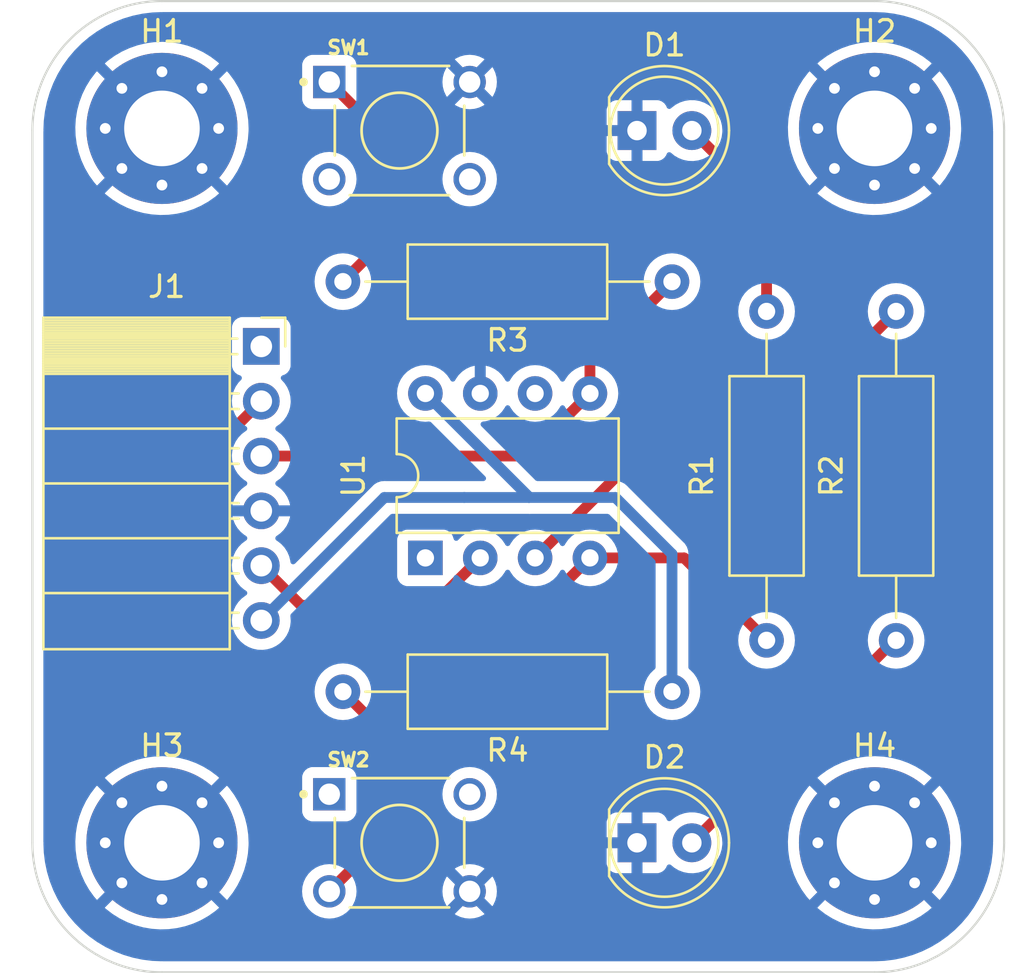
<source format=kicad_pcb>
(kicad_pcb (version 20211014) (generator pcbnew)
  (layers (0 "F.Cu" signal) (31 "B.Cu" signal) (34 "B.Paste" user) (35 "F.Paste" user) (36 "B.SilkS" user "B.Silkscreen") (37 "F.SilkS" user "F.Silkscreen") (38 "B.Mask" user) (39 "F.Mask" user) (44 "Edge.Cuts" user))
  (net 0 "")
  (net 1 "VSS")
  (net 2 "Net-(D1-Pad2)")
  (net 3 "Net-(D2-Pad2)")
  (net 5 "GP1")
  (net 6 "GP0")
  (net 7 "VDD")
  (net 8 "GP3")
  (net 9 "GP2")
  (net 10 "Net-(R3-Pad2)")
  (net 11 "Net-(R4-Pad2)")
  (footprint "Button_Switch_THT:SW_1825910-6-4" (layer "F.Cu") (at 128 78)
    (fp_text reference "SW1" (at -2.3627 -3.844398) (layer "F.SilkS") (effects (font (size 0.630643 0.630643))))
    (fp_text value "SW_DPST_x2")
    (fp_line (start 2.3 2.995) (end -2.3 2.995) (layer "F.SilkS") (width 0.127))
    (fp_line (start 3 -1.15) (end 3 1.15) (layer "F.SilkS") (width 0.127))
    (fp_line (start -2.2 -2.995) (end 2.3 -2.995) (layer "F.SilkS") (width 0.127))
    (fp_line (start -2.995 -1.15) (end -2.995 1.15) (layer "F.SilkS") (width 0.127))
    (fp_circle (center 0 0) (end 1.755 0) (layer "F.SilkS") (width 0.127) (fill none))
    (fp_circle (center -4.445 -2.25) (end -4.345 -2.25) (layer "F.SilkS") (width 0.2) (fill none))
    (pad "1" thru_hole rect locked (at -3.25 -2.25) (size 1.498 1.498) (drill 0.99) (layers *.Cu *.Mask) (net 10 "Net-(R3-Pad2)"))
    (pad "2" thru_hole circle locked (at 3.25 -2.25) (size 1.498 1.498) (drill 0.99) (layers *.Cu *.Mask) (net 1 "VSS"))
    (pad "3" thru_hole circle locked (at -3.25 2.25) (size 1.498 1.498) (drill 0.99) (layers *.Cu *.Mask))
    (pad "4" thru_hole circle locked (at 3.25 2.25) (size 1.498 1.498) (drill 0.99) (layers *.Cu *.Mask))
  )
  (footprint "MountingHole:MountingHole_3.5mm_Pad_Via" (layer "F.Cu") (at 117 111)
    (fp_text reference "H3" (at 0 -4.5) (layer "F.SilkS"))
    (fp_text value "MountingHole_Pad")
    (pad "1" thru_hole circle (at 1.856155 1.856155) (size 0.8 0.8) (drill 0.5) (layers *.Cu *.Mask) (net 1 "VSS"))
    (pad "1" thru_hole circle (at 0 0) (size 7 7) (drill 3.5) (layers *.Cu *.Mask) (net 1 "VSS"))
    (pad "1" thru_hole circle (at 1.856155 -1.856155) (size 0.8 0.8) (drill 0.5) (layers *.Cu *.Mask) (net 1 "VSS"))
    (pad "1" thru_hole circle (at -2.625 0) (size 0.8 0.8) (drill 0.5) (layers *.Cu *.Mask) (net 1 "VSS"))
    (pad "1" thru_hole circle (at -1.856155 1.856155) (size 0.8 0.8) (drill 0.5) (layers *.Cu *.Mask) (net 1 "VSS"))
    (pad "1" thru_hole circle (at 2.625 0) (size 0.8 0.8) (drill 0.5) (layers *.Cu *.Mask) (net 1 "VSS"))
    (pad "1" thru_hole circle (at -1.856155 -1.856155) (size 0.8 0.8) (drill 0.5) (layers *.Cu *.Mask) (net 1 "VSS"))
    (pad "1" thru_hole circle (at 0 -2.625) (size 0.8 0.8) (drill 0.5) (layers *.Cu *.Mask) (net 1 "VSS"))
    (pad "1" thru_hole circle (at 0 2.625) (size 0.8 0.8) (drill 0.5) (layers *.Cu *.Mask) (net 1 "VSS"))
  )
  (footprint "Button_Switch_THT:SW_1825910-6-4" (layer "F.Cu") (at 128 111)
    (fp_text reference "SW2" (at -2.3627 -3.844398) (layer "F.SilkS") (effects (font (size 0.630643 0.630643))))
    (fp_text value "SW_DPST_x2")
    (fp_line (start -2.2 -2.995) (end 2.3 -2.995) (layer "F.SilkS") (width 0.127))
    (fp_line (start -2.995 -1.15) (end -2.995 1.15) (layer "F.SilkS") (width 0.127))
    (fp_line (start 2.3 2.995) (end -2.3 2.995) (layer "F.SilkS") (width 0.127))
    (fp_line (start 3 -1.15) (end 3 1.15) (layer "F.SilkS") (width 0.127))
    (fp_circle (center -4.445 -2.25) (end -4.345 -2.25) (layer "F.SilkS") (width 0.2) (fill none))
    (fp_circle (center 0 0) (end 1.755 0) (layer "F.SilkS") (width 0.127) (fill none))
    (pad "1" thru_hole rect locked (at -3.25 -2.25) (size 1.498 1.498) (drill 0.99) (layers *.Cu *.Mask))
    (pad "2" thru_hole circle locked (at 3.25 -2.25) (size 1.498 1.498) (drill 0.99) (layers *.Cu *.Mask))
    (pad "3" thru_hole circle locked (at -3.25 2.25) (size 1.498 1.498) (drill 0.99) (layers *.Cu *.Mask) (net 11 "Net-(R4-Pad2)"))
    (pad "4" thru_hole circle locked (at 3.25 2.25) (size 1.498 1.498) (drill 0.99) (layers *.Cu *.Mask) (net 1 "VSS"))
  )
  (footprint "Package_DIP:DIP-8_W7.62mm" (layer "F.Cu") (at 129.2 97.8 90)
    (fp_text reference "U1" (at 3.81 -3.33 90) (layer "F.SilkS"))
    (fp_text value "PIC10F200-IP")
    (fp_line (start 6.46 -1.33) (end 4.81 -1.33) (layer "F.SilkS") (width 0.12))
    (fp_line (start 2.81 -1.33) (end 1.16 -1.33) (layer "F.SilkS") (width 0.12))
    (fp_line (start 1.16 -1.33) (end 1.16 8.95) (layer "F.SilkS") (width 0.12))
    (fp_line (start 1.16 8.95) (end 6.46 8.95) (layer "F.SilkS") (width 0.12))
    (fp_line (start 6.46 8.95) (end 6.46 -1.33) (layer "F.SilkS") (width 0.12))
    (fp_arc (start 4.81 -1.33) (mid 3.81 -0.33) (end 2.81 -1.33) (layer "F.SilkS") (width 0.12))
    (pad "1" thru_hole rect (at 0 0 90) (size 1.6 1.6) (drill 0.8) (layers *.Cu *.Mask))
    (pad "2" thru_hole oval (at 0 2.54 90) (size 1.6 1.6) (drill 0.8) (layers *.Cu *.Mask) (net 7 "VDD"))
    (pad "3" thru_hole oval (at 0 5.08 90) (size 1.6 1.6) (drill 0.8) (layers *.Cu *.Mask) (net 9 "GP2"))
    (pad "4" thru_hole oval (at 0 7.62 90) (size 1.6 1.6) (drill 0.8) (layers *.Cu *.Mask) (net 5 "GP1"))
    (pad "5" thru_hole oval (at 7.62 7.62 90) (size 1.6 1.6) (drill 0.8) (layers *.Cu *.Mask) (net 6 "GP0"))
    (pad "6" thru_hole oval (at 7.62 5.08 90) (size 1.6 1.6) (drill 0.8) (layers *.Cu *.Mask))
    (pad "7" thru_hole oval (at 7.62 2.54 90) (size 1.6 1.6) (drill 0.8) (layers *.Cu *.Mask) (net 1 "VSS"))
    (pad "8" thru_hole oval (at 7.62 0 90) (size 1.6 1.6) (drill 0.8) (layers *.Cu *.Mask) (net 8 "GP3"))
  )
  (footprint "Resistor_THT:R_Axial_DIN0309_L9.0mm_D3.2mm_P15.24mm_Horizontal" (layer "F.Cu") (at 145 101.62 90)
    (fp_text reference "R1" (at 7.62 -3 90) (layer "F.SilkS"))
    (fp_text value "1k")
    (fp_line (start 3 1.72) (end 12.24 1.72) (layer "F.SilkS") (width 0.12))
    (fp_line (start 12.24 1.72) (end 12.24 -1.72) (layer "F.SilkS") (width 0.12))
    (fp_line (start 1.04 0) (end 3 0) (layer "F.SilkS") (width 0.12))
    (fp_line (start 14.2 0) (end 12.24 0) (layer "F.SilkS") (width 0.12))
    (fp_line (start 3 -1.72) (end 3 1.72) (layer "F.SilkS") (width 0.12))
    (fp_line (start 12.24 -1.72) (end 3 -1.72) (layer "F.SilkS") (width 0.12))
    (pad "1" thru_hole circle (at 0 0 90) (size 1.6 1.6) (drill 0.8) (layers *.Cu *.Mask) (net 5 "GP1"))
    (pad "2" thru_hole oval (at 15.24 0 90) (size 1.6 1.6) (drill 0.8) (layers *.Cu *.Mask) (net 2 "Net-(D1-Pad2)"))
  )
  (footprint "Resistor_THT:R_Axial_DIN0309_L9.0mm_D3.2mm_P15.24mm_Horizontal" (layer "F.Cu") (at 140.62 104 180)
    (fp_text reference "R4" (at 7.62 -2.72) (layer "F.SilkS"))
    (fp_text value "1k")
    (fp_line (start 3 1.72) (end 12.24 1.72) (layer "F.SilkS") (width 0.12))
    (fp_line (start 12.24 1.72) (end 12.24 -1.72) (layer "F.SilkS") (width 0.12))
    (fp_line (start 12.24 -1.72) (end 3 -1.72) (layer "F.SilkS") (width 0.12))
    (fp_line (start 1.04 0) (end 3 0) (layer "F.SilkS") (width 0.12))
    (fp_line (start 3 -1.72) (end 3 1.72) (layer "F.SilkS") (width 0.12))
    (fp_line (start 14.2 0) (end 12.24 0) (layer "F.SilkS") (width 0.12))
    (pad "1" thru_hole circle (at 0 0 180) (size 1.6 1.6) (drill 0.8) (layers *.Cu *.Mask) (net 8 "GP3"))
    (pad "2" thru_hole oval (at 15.24 0 180) (size 1.6 1.6) (drill 0.8) (layers *.Cu *.Mask) (net 11 "Net-(R4-Pad2)"))
  )
  (footprint "MountingHole:MountingHole_3.5mm_Pad_Via" (layer "F.Cu") (at 117 77.9)
    (fp_text reference "H1" (at 0 -4.5) (layer "F.SilkS"))
    (fp_text value "MountingHole_Pad")
    (pad "1" thru_hole circle (at 0 2.625) (size 0.8 0.8) (drill 0.5) (layers *.Cu *.Mask) (net 1 "VSS"))
    (pad "1" thru_hole circle (at 0 0) (size 7 7) (drill 3.5) (layers *.Cu *.Mask) (net 1 "VSS"))
    (pad "1" thru_hole circle (at -2.625 0) (size 0.8 0.8) (drill 0.5) (layers *.Cu *.Mask) (net 1 "VSS"))
    (pad "1" thru_hole circle (at 1.856155 -1.856155) (size 0.8 0.8) (drill 0.5) (layers *.Cu *.Mask) (net 1 "VSS"))
    (pad "1" thru_hole circle (at 2.625 0) (size 0.8 0.8) (drill 0.5) (layers *.Cu *.Mask) (net 1 "VSS"))
    (pad "1" thru_hole circle (at -1.856155 -1.856155) (size 0.8 0.8) (drill 0.5) (layers *.Cu *.Mask) (net 1 "VSS"))
    (pad "1" thru_hole circle (at 1.856155 1.856155) (size 0.8 0.8) (drill 0.5) (layers *.Cu *.Mask) (net 1 "VSS"))
    (pad "1" thru_hole circle (at -1.856155 1.856155) (size 0.8 0.8) (drill 0.5) (layers *.Cu *.Mask) (net 1 "VSS"))
    (pad "1" thru_hole circle (at 0 -2.625) (size 0.8 0.8) (drill 0.5) (layers *.Cu *.Mask) (net 1 "VSS"))
  )
  (footprint "Resistor_THT:R_Axial_DIN0309_L9.0mm_D3.2mm_P15.24mm_Horizontal" (layer "F.Cu") (at 140.62 85 180)
    (fp_text reference "R3" (at 7.62 -2.72 180) (layer "F.SilkS"))
    (fp_text value "1k")
    (fp_line (start 1.04 0) (end 3 0) (layer "F.SilkS") (width 0.12))
    (fp_line (start 14.2 0) (end 12.24 0) (layer "F.SilkS") (width 0.12))
    (fp_line (start 12.24 1.72) (end 12.24 -1.72) (layer "F.SilkS") (width 0.12))
    (fp_line (start 3 -1.72) (end 3 1.72) (layer "F.SilkS") (width 0.12))
    (fp_line (start 3 1.72) (end 12.24 1.72) (layer "F.SilkS") (width 0.12))
    (fp_line (start 12.24 -1.72) (end 3 -1.72) (layer "F.SilkS") (width 0.12))
    (pad "1" thru_hole circle (at 0 0 180) (size 1.6 1.6) (drill 0.8) (layers *.Cu *.Mask) (net 6 "GP0"))
    (pad "2" thru_hole oval (at 15.24 0 180) (size 1.6 1.6) (drill 0.8) (layers *.Cu *.Mask) (net 10 "Net-(R3-Pad2)"))
  )
  (footprint "LED_THT:LED_D5.0mm" (layer "F.Cu") (at 139 78)
    (fp_text reference "D1" (at 1.27 -3.96) (layer "F.SilkS"))
    (fp_text value "LED")
    (fp_line (start -1.29 -1.545) (end -1.29 1.545) (layer "F.SilkS") (width 0.12))
    (fp_arc (start -1.29 -1.54483) (mid 2.072002 -2.880433) (end 4.26 0.000462) (layer "F.SilkS") (width 0.12))
    (fp_arc (start 4.26 -0.000462) (mid 2.072002 2.880433) (end -1.29 1.54483) (layer "F.SilkS") (width 0.12))
    (fp_circle (center 1.27 0) (end 3.77 0) (layer "F.SilkS") (width 0.12) (fill none))
    (pad "1" thru_hole rect (at 0 0) (size 1.8 1.8) (drill 0.9) (layers *.Cu *.Mask) (net 1 "VSS"))
    (pad "2" thru_hole circle (at 2.54 0) (size 1.8 1.8) (drill 0.9) (layers *.Cu *.Mask) (net 2 "Net-(D1-Pad2)"))
  )
  (footprint "Connector_PinSocket_2.54mm:PinSocket_1x06_P2.54mm_Horizontal" (layer "F.Cu") (at 121.6 88)
    (fp_text reference "J1" (at -4.38 -2.77) (layer "F.SilkS"))
    (fp_text value "Conn_01x06_Female")
    (fp_line (start -10.09 6.35) (end -1.46 6.35) (layer "F.SilkS") (width 0.12))
    (fp_line (start -10.09 -0.619525) (end -1.46 -0.619525) (layer "F.SilkS") (width 0.12))
    (fp_line (start -1.46 -0.36) (end -1.11 -0.36) (layer "F.SilkS") (width 0.12))
    (fp_line (start -10.09 -0.02905) (end -1.46 -0.02905) (layer "F.SilkS") (width 0.12))
    (fp_line (start -1.46 13.06) (end -1.05 13.06) (layer "F.SilkS") (width 0.12))
    (fp_line (start -10.09 -0.855715) (end -1.46 -0.855715) (layer "F.SilkS") (width 0.12))
    (fp_line (start -10.09 0.91571) (end -1.46 0.91571) (layer "F.SilkS") (width 0.12))
    (fp_line (start -1.46 10.52) (end -1.05 10.52) (layer "F.SilkS") (width 0.12))
    (fp_line (start -1.46 7.98) (end -1.05 7.98) (layer "F.SilkS") (width 0.12))
    (fp_line (start -10.09 14.03) (end -1.46 14.03) (layer "F.SilkS") (width 0.12))
    (fp_line (start -10.09 0.20714) (end -1.46 0.20714) (layer "F.SilkS") (width 0.12))
    (fp_line (start -1.46 12.34) (end -1.05 12.34) (layer "F.SilkS") (width 0.12))
    (fp_line (start 0 -1.33) (end 1.11 -1.33) (layer "F.SilkS") (width 0.12))
    (fp_line (start -10.09 3.81) (end -1.46 3.81) (layer "F.SilkS") (width 0.12))
    (fp_line (start -10.09 -1.33) (end -10.09 14.03) (layer "F.SilkS") (width 0.12))
    (fp_line (start -1.46 2.9) (end -1.05 2.9) (layer "F.SilkS") (width 0.12))
    (fp_line (start -1.46 7.26) (end -1.05 7.26) (layer "F.SilkS") (width 0.12))
    (fp_line (start -10.09 1.1519) (end -1.46 1.1519) (layer "F.SilkS") (width 0.12))
    (fp_line (start -10.09 1.033805) (end -1.46 1.033805) (layer "F.SilkS") (width 0.12))
    (fp_line (start -10.09 1.27) (end -1.46 1.27) (layer "F.SilkS") (width 0.12))
    (fp_line (start -10.09 -0.97381) (end -1.46 -0.97381) (layer "F.SilkS") (width 0.12))
    (fp_line (start -10.09 -0.26524) (end -1.46 -0.26524) (layer "F.SilkS") (width 0.12))
    (fp_line (start 1.11 -1.33) (end 1.11 0) (layer "F.SilkS") (width 0.12))
    (fp_line (start -1.46 4.72) (end -1.05 4.72) (layer "F.SilkS") (width 0.12))
    (fp_line (start -10.09 0.561425) (end -1.46 0.561425) (layer "F.SilkS") (width 0.12))
    (fp_line (start -10.09 -1.091905) (end -1.46 -1.091905) (layer "F.SilkS") (width 0.12))
    (fp_line (start -10.09 -0.383335) (end -1.46 -0.383335) (layer "F.SilkS") (width 0.12))
    (fp_line (start -10.09 0.67952) (end -1.46 0.67952) (layer "F.SilkS") (width 0.12))
    (fp_line (start -10.09 -0.73762) (end -1.46 -0.73762) (layer "F.SilkS") (width 0.12))
    (fp_line (start -10.09 11.43) (end -1.46 11.43) (layer "F.SilkS") (width 0.12))
    (fp_line (start -1.46 2.18) (end -1.05 2.18) (layer "F.SilkS") (width 0.12))
    (fp_line (start -1.46 0.36) (end -1.11 0.36) (layer "F.SilkS") (width 0.12))
    (fp_line (start -10.09 -0.50143) (end -1.46 -0.50143) (layer "F.SilkS") (width 0.12))
    (fp_line (start -1.46 9.8) (end -1.05 9.8) (layer "F.SilkS") (width 0.12))
    (fp_line (start -10.09 -1.33) (end -1.46 -1.33) (layer "F.SilkS") (width 0.12))
    (fp_line (start -10.09 -0.147145) (end -1.46 -0.147145) (layer "F.SilkS") (width 0.12))
    (fp_line (start -10.09 0.44333) (end -1.46 0.44333) (layer "F.SilkS") (width 0.12))
    (fp_line (start -10.09 0.325235) (end -1.46 0.325235) (layer "F.SilkS") (width 0.12))
    (fp_line (start -1.46 5.44) (end -1.05 5.44) (layer "F.SilkS") (width 0.12))
    (fp_line (start -10.09 8.89) (end -1.46 8.89) (layer "F.SilkS") (width 0.12))
    (fp_line (start -1.46 -1.33) (end -1.46 14.03) (layer "F.SilkS") (width 0.12))
    (fp_line (start -10.09 0.089045) (end -1.46 0.089045) (layer "F.SilkS") (width 0.12))
    (fp_line (start -10.09 0.797615) (end -1.46 0.797615) (layer "F.SilkS") (width 0.12))
    (fp_line (start -10.09 -1.21) (end -1.46 -1.21) (layer "F.SilkS") (width 0.12))
    (pad "1" thru_hole rect (at 0 0) (size 1.7 1.7) (drill 1) (layers *.Cu *.Mask))
    (pad "2" thru_hole oval (at 0 2.54) (size 1.7 1.7) (drill 1) (layers *.Cu *.Mask) (net 5 "GP1"))
    (pad "3" thru_hole oval (at 0 5.08) (size 1.7 1.7) (drill 1) (layers *.Cu *.Mask) (net 6 "GP0"))
    (pad "4" thru_hole oval (at 0 7.62) (size 1.7 1.7) (drill 1) (layers *.Cu *.Mask) (net 1 "VSS"))
    (pad "5" thru_hole oval (at 0 10.16) (size 1.7 1.7) (drill 1) (layers *.Cu *.Mask) (net 7 "VDD"))
    (pad "6" thru_hole oval (at 0 12.7) (size 1.7 1.7) (drill 1) (layers *.Cu *.Mask) (net 8 "GP3"))
  )
  (footprint "MountingHole:MountingHole_3.5mm_Pad_Via" (layer "F.Cu") (at 150 111)
    (fp_text reference "H4" (at 0 -4.5) (layer "F.SilkS"))
    (fp_text value "MountingHole_Pad")
    (pad "1" thru_hole circle (at -1.856155 -1.856155) (size 0.8 0.8) (drill 0.5) (layers *.Cu *.Mask) (net 1 "VSS"))
    (pad "1" thru_hole circle (at 2.625 0) (size 0.8 0.8) (drill 0.5) (layers *.Cu *.Mask) (net 1 "VSS"))
    (pad "1" thru_hole circle (at 0 2.625) (size 0.8 0.8) (drill 0.5) (layers *.Cu *.Mask) (net 1 "VSS"))
    (pad "1" thru_hole circle (at 1.856155 -1.856155) (size 0.8 0.8) (drill 0.5) (layers *.Cu *.Mask) (net 1 "VSS"))
    (pad "1" thru_hole circle (at -1.856155 1.856155) (size 0.8 0.8) (drill 0.5) (layers *.Cu *.Mask) (net 1 "VSS"))
    (pad "1" thru_hole circle (at -2.625 0) (size 0.8 0.8) (drill 0.5) (layers *.Cu *.Mask) (net 1 "VSS"))
    (pad "1" thru_hole circle (at 1.856155 1.856155) (size 0.8 0.8) (drill 0.5) (layers *.Cu *.Mask) (net 1 "VSS"))
    (pad "1" thru_hole circle (at 0 0) (size 7 7) (drill 3.5) (layers *.Cu *.Mask) (net 1 "VSS"))
    (pad "1" thru_hole circle (at 0 -2.625) (size 0.8 0.8) (drill 0.5) (layers *.Cu *.Mask) (net 1 "VSS"))
  )
  (footprint "MountingHole:MountingHole_3.5mm_Pad_Via" (layer "F.Cu") (at 150 77.9)
    (fp_text reference "H2" (at 0 -4.5) (layer "F.SilkS"))
    (fp_text value "MountingHole_Pad")
    (pad "1" thru_hole circle (at 1.856155 1.856155) (size 0.8 0.8) (drill 0.5) (layers *.Cu *.Mask) (net 1 "VSS"))
    (pad "1" thru_hole circle (at 0 2.625) (size 0.8 0.8) (drill 0.5) (layers *.Cu *.Mask) (net 1 "VSS"))
    (pad "1" thru_hole circle (at -2.625 0) (size 0.8 0.8) (drill 0.5) (layers *.Cu *.Mask) (net 1 "VSS"))
    (pad "1" thru_hole circle (at -1.856155 1.856155) (size 0.8 0.8) (drill 0.5) (layers *.Cu *.Mask) (net 1 "VSS"))
    (pad "1" thru_hole circle (at 2.625 0) (size 0.8 0.8) (drill 0.5) (layers *.Cu *.Mask) (net 1 "VSS"))
    (pad "1" thru_hole circle (at -1.856155 -1.856155) (size 0.8 0.8) (drill 0.5) (layers *.Cu *.Mask) (net 1 "VSS"))
    (pad "1" thru_hole circle (at 0 0) (size 7 7) (drill 3.5) (layers *.Cu *.Mask) (net 1 "VSS"))
    (pad "1" thru_hole circle (at 0 -2.625) (size 0.8 0.8) (drill 0.5) (layers *.Cu *.Mask) (net 1 "VSS"))
    (pad "1" thru_hole circle (at 1.856155 -1.856155) (size 0.8 0.8) (drill 0.5) (layers *.Cu *.Mask) (net 1 "VSS"))
  )
  (footprint "LED_THT:LED_D5.0mm" (layer "F.Cu") (at 139 111)
    (fp_text reference "D2" (at 1.27 -3.96) (layer "F.SilkS"))
    (fp_text value "LED")
    (fp_line (start -1.29 -1.545) (end -1.29 1.545) (layer "F.SilkS") (width 0.12))
    (fp_arc (start -1.29 -1.54483) (mid 2.072002 -2.880433) (end 4.26 0.000462) (layer "F.SilkS") (width 0.12))
    (fp_arc (start 4.26 -0.000462) (mid 2.072002 2.880433) (end -1.29 1.54483) (layer "F.SilkS") (width 0.12))
    (fp_circle (center 1.27 0) (end 3.77 0) (layer "F.SilkS") (width 0.12) (fill none))
    (pad "1" thru_hole rect (at 0 0) (size 1.8 1.8) (drill 0.9) (layers *.Cu *.Mask) (net 1 "VSS"))
    (pad "2" thru_hole circle (at 2.54 0) (size 1.8 1.8) (drill 0.9) (layers *.Cu *.Mask) (net 3 "Net-(D2-Pad2)"))
  )
  (footprint "Resistor_THT:R_Axial_DIN0309_L9.0mm_D3.2mm_P15.24mm_Horizontal" (layer "F.Cu") (at 151 86.38 -90)
    (fp_text reference "R2" (at 7.62 3 90) (layer "F.SilkS"))
    (fp_text value "1k")
    (fp_line (start 3 -1.72) (end 3 1.72) (layer "F.SilkS") (width 0.12))
    (fp_line (start 12.24 1.72) (end 12.24 -1.72) (layer "F.SilkS") (width 0.12))
    (fp_line (start 12.24 -1.72) (end 3 -1.72) (layer "F.SilkS") (width 0.12))
    (fp_line (start 3 1.72) (end 12.24 1.72) (layer "F.SilkS") (width 0.12))
    (fp_line (start 14.2 0) (end 12.24 0) (layer "F.SilkS") (width 0.12))
    (fp_line (start 1.04 0) (end 3 0) (layer "F.SilkS") (width 0.12))
    (pad "1" thru_hole circle (at 0 0 270) (size 1.6 1.6) (drill 0.8) (layers *.Cu *.Mask) (net 9 "GP2"))
    (pad "2" thru_hole oval (at 15.24 0 270) (size 1.6 1.6) (drill 0.8) (layers *.Cu *.Mask) (net 3 "Net-(D2-Pad2)"))
  )
  (gr_arc (start 117 117) (mid 112.757359 115.242641) (end 111 111) (layer "Edge.Cuts") (width 0.1))
  (gr_arc (start 150 72) (mid 154.242641 73.757359) (end 156 78) (layer "Edge.Cuts") (width 0.1))
  (gr_line (start 150 117) (end 117 117) (layer "Edge.Cuts") (width 0.1))
  (gr_arc (start 156 111) (mid 154.242641 115.242641) (end 150 117) (layer "Edge.Cuts") (width 0.1))
  (gr_arc (start 111 78) (mid 112.757359 73.757359) (end 117 72) (layer "Edge.Cuts") (width 0.1))
  (gr_line (start 117 72) (end 150 72) (layer "Edge.Cuts") (width 0.1))
  (gr_line (start 111 111) (end 111 78) (layer "Edge.Cuts") (width 0.1))
  (gr_line (start 156 78) (end 156 111) (layer "Edge.Cuts") (width 0.1))
  (segment (start 145 86.38) (end 145 81.46) (width 0.5) (layer "F.Cu") (net 2))
  (segment (start 145 81.46) (end 141.54 78) (width 0.5) (layer "F.Cu") (net 2))
  (segment (start 150.92 101.62) (end 151 101.62) (width 0.5) (layer "F.Cu") (net 3))
  (segment (start 141.54 111) (end 150.92 101.62) (width 0.5) (layer "F.Cu") (net 3))
  (segment (start 121 104) (end 122 104) (width 0.5) (layer "F.Cu") (net 5))
  (segment (start 132.62 102) (end 136.82 97.8) (width 0.5) (layer "F.Cu") (net 5))
  (segment (start 119 93.14) (end 119 102) (width 0.5) (layer "F.Cu") (net 5))
  (segment (start 119 102) (end 121 104) (width 0.5) (layer "F.Cu") (net 5))
  (segment (start 121.6 90.54) (end 119 93.14) (width 0.5) (layer "F.Cu") (net 5))
  (segment (start 136.82 97.8) (end 141.18 97.8) (width 0.5) (layer "F.Cu") (net 5))
  (segment (start 141.18 97.8) (end 145 101.62) (width 0.5) (layer "F.Cu") (net 5))
  (segment (start 124 102) (end 132.62 102) (width 0.5) (layer "F.Cu") (net 5))
  (segment (start 122 104) (end 124 102) (width 0.5) (layer "F.Cu") (net 5))
  (segment (start 121.6 93.08) (end 133.92 93.08) (width 0.5) (layer "F.Cu") (net 6))
  (segment (start 136.82 90.18) (end 136.82 88.8) (width 0.5) (layer "F.Cu") (net 6))
  (segment (start 136.82 88.8) (end 140.62 85) (width 0.5) (layer "F.Cu") (net 6))
  (segment (start 133.92 93.08) (end 136.82 90.18) (width 0.5) (layer "F.Cu") (net 6))
  (segment (start 129.54 100) (end 123.44 100) (width 0.5) (layer "F.Cu") (net 7))
  (segment (start 123.44 100) (end 121.6 98.16) (width 0.5) (layer "F.Cu") (net 7))
  (segment (start 131.74 97.8) (end 129.54 100) (width 0.5) (layer "F.Cu") (net 7))
  (segment (start 138 95) (end 134 95) (width 0.5) (layer "B.Cu") (net 8))
  (segment (start 121.6 100.7) (end 121.6 100.4) (width 0.5) (layer "B.Cu") (net 8))
  (segment (start 140.62 97.62) (end 138 95) (width 0.5) (layer "B.Cu") (net 8))
  (segment (start 140.62 104) (end 140.62 97.62) (width 0.5) (layer "B.Cu") (net 8))
  (segment (start 127.3 95) (end 131 95) (width 0.5) (layer "B.Cu") (net 8))
  (segment (start 121.6 100.7) (end 127.3 95) (width 0.5) (layer "B.Cu") (net 8))
  (segment (start 129.2 90.18) (end 134 94.98) (width 0.5) (layer "B.Cu") (net 8))
  (segment (start 134 95) (end 131 95) (width 0.5) (layer "B.Cu") (net 8))
  (segment (start 134 94.98) (end 134 95) (width 0.5) (layer "B.Cu") (net 8))
  (segment (start 139.08 93) (end 144.38 93) (width 0.5) (layer "F.Cu") (net 9))
  (segment (start 144.38 93) (end 151 86.38) (width 0.5) (layer "F.Cu") (net 9))
  (segment (start 134.28 97.8) (end 139.08 93) (width 0.5) (layer "F.Cu") (net 9))
  (segment (start 127 78) (end 127 83.38) (width 0.5) (layer "F.Cu") (net 10))
  (segment (start 127 83.38) (end 125.38 85) (width 0.5) (layer "F.Cu") (net 10))
  (segment (start 124.75 75.75) (end 127 78) (width 0.5) (layer "F.Cu") (net 10))
  (segment (start 127 105.62) (end 127 111) (width 0.5) (layer "F.Cu") (net 11))
  (segment (start 127 111) (end 124.75 113.25) (width 0.5) (layer "F.Cu") (net 11))
  (segment (start 125.38 104) (end 127 105.62) (width 0.5) (layer "F.Cu") (net 11))
  (zone (net 1) (net_name "VSS") (layer "B.Cu") (connect_pads (clearance 0.508)) (min_thickness 0.254) (fill yes (thermal_gap 0.508) (thermal_bridge_width 0.508))
    (polygon (pts (xy 156 117) (xy 111 117) (xy 111 72) (xy 156 72)))
  )
)
</source>
